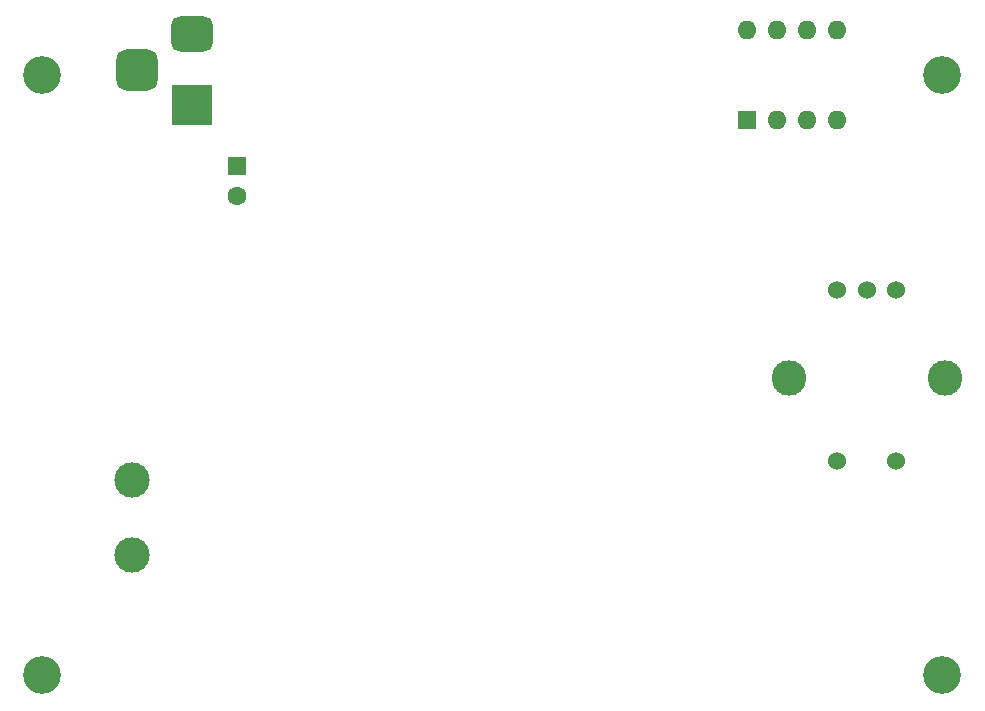
<source format=gbr>
%TF.GenerationSoftware,KiCad,Pcbnew,7.0.10*%
%TF.CreationDate,2024-01-16T10:06:46-06:00*%
%TF.ProjectId,byte,62797465-2e6b-4696-9361-645f70636258,C*%
%TF.SameCoordinates,Original*%
%TF.FileFunction,Soldermask,Bot*%
%TF.FilePolarity,Negative*%
%FSLAX46Y46*%
G04 Gerber Fmt 4.6, Leading zero omitted, Abs format (unit mm)*
G04 Created by KiCad (PCBNEW 7.0.10) date 2024-01-16 10:06:46*
%MOMM*%
%LPD*%
G01*
G04 APERTURE LIST*
G04 Aperture macros list*
%AMRoundRect*
0 Rectangle with rounded corners*
0 $1 Rounding radius*
0 $2 $3 $4 $5 $6 $7 $8 $9 X,Y pos of 4 corners*
0 Add a 4 corners polygon primitive as box body*
4,1,4,$2,$3,$4,$5,$6,$7,$8,$9,$2,$3,0*
0 Add four circle primitives for the rounded corners*
1,1,$1+$1,$2,$3*
1,1,$1+$1,$4,$5*
1,1,$1+$1,$6,$7*
1,1,$1+$1,$8,$9*
0 Add four rect primitives between the rounded corners*
20,1,$1+$1,$2,$3,$4,$5,0*
20,1,$1+$1,$4,$5,$6,$7,0*
20,1,$1+$1,$6,$7,$8,$9,0*
20,1,$1+$1,$8,$9,$2,$3,0*%
G04 Aperture macros list end*
%ADD10C,3.000000*%
%ADD11C,3.200000*%
%ADD12R,3.500000X3.500000*%
%ADD13RoundRect,0.750000X-1.000000X0.750000X-1.000000X-0.750000X1.000000X-0.750000X1.000000X0.750000X0*%
%ADD14RoundRect,0.875000X-0.875000X0.875000X-0.875000X-0.875000X0.875000X-0.875000X0.875000X0.875000X0*%
%ADD15R,1.600000X1.600000*%
%ADD16C,1.600000*%
%ADD17O,1.600000X1.600000*%
%ADD18C,1.524000*%
%ADD19O,2.900000X3.000000*%
G04 APERTURE END LIST*
D10*
%TO.C,TP1*%
X80010000Y-88900000D03*
%TD*%
D11*
%TO.C,REF\u002A\u002A*%
X72390000Y-54610000D03*
%TD*%
D12*
%TO.C,J1*%
X85090000Y-57150000D03*
D13*
X85090000Y-51150000D03*
D14*
X80390000Y-54150000D03*
%TD*%
D11*
%TO.C,REF\u002A\u002A*%
X148590000Y-105410000D03*
%TD*%
%TO.C,REF\u002A\u002A*%
X72390000Y-105410000D03*
%TD*%
D10*
%TO.C,TP2*%
X80010000Y-95250000D03*
%TD*%
D11*
%TO.C,REF\u002A\u002A*%
X148590000Y-54610000D03*
%TD*%
D15*
%TO.C,C1*%
X88900000Y-62329861D03*
D16*
X88900000Y-64829861D03*
%TD*%
D15*
%TO.C,U1*%
X132080000Y-58420000D03*
D17*
X134620000Y-58420000D03*
X137160000Y-58420000D03*
X139700000Y-58420000D03*
X139700000Y-50800000D03*
X137160000Y-50800000D03*
X134620000Y-50800000D03*
X132080000Y-50800000D03*
%TD*%
D18*
%TO.C,SW1*%
X144700000Y-72760000D03*
X139700000Y-72760000D03*
X142200000Y-72760000D03*
X144700000Y-87260000D03*
X139700000Y-87260000D03*
D19*
X148800000Y-80260000D03*
X135600000Y-80260000D03*
%TD*%
M02*

</source>
